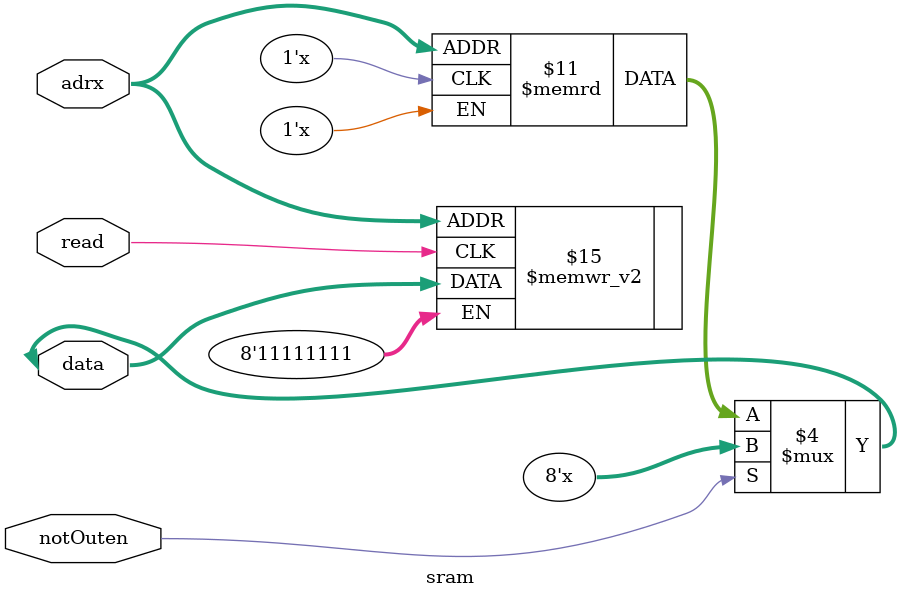
<source format=v>


//In & out ports consist of 8 parallel wires, an input byte chooses the address to access in the RAM,
//and the system will either read from RAM or write to RAM based on the configuration of the
//active low input signals, "not output enable" and "read not write"

//This specific RAM consists of 128 addresses, each containing one byte of data.
module sram (data, adrx, notOuten, read);
	//Will use convention of [storedData] ram [adrx] format at the moment
	inout [7:0] data;
	input [7:0] adrx;
	input notOuten;
	input read;
	wire outen;
	reg [7:0] ram [0:127];
	
	assign data = ~notOuten ? ram[adrx][7:0] : 8'bz;
	//Perform the write operation when read signal is strobed high
	always @(posedge read)
		//Overwrites the memory at proper address using the input signal on the data bus
		ram[adrx][7:0] <= data;
endmodule
</source>
